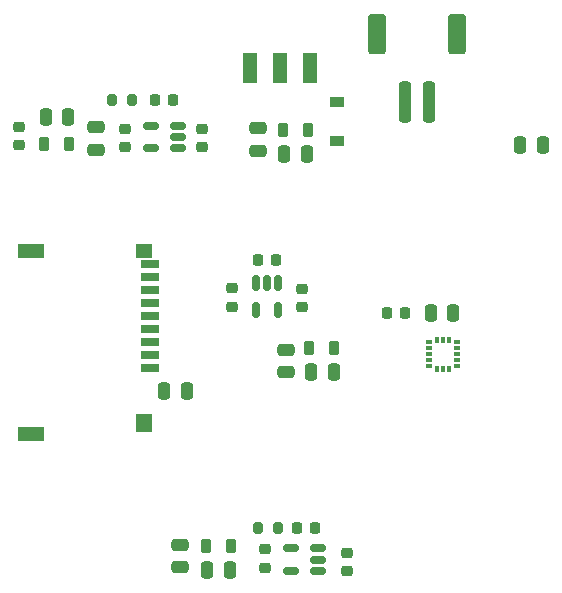
<source format=gbr>
%TF.GenerationSoftware,KiCad,Pcbnew,(6.0.0)*%
%TF.CreationDate,2022-01-16T13:15:06+00:00*%
%TF.ProjectId,OpenBCI_ESP32_BASE,4f70656e-4243-4495-9f45-535033325f42,rev?*%
%TF.SameCoordinates,Original*%
%TF.FileFunction,Paste,Top*%
%TF.FilePolarity,Positive*%
%FSLAX46Y46*%
G04 Gerber Fmt 4.6, Leading zero omitted, Abs format (unit mm)*
G04 Created by KiCad (PCBNEW (6.0.0)) date 2022-01-16 13:15:06*
%MOMM*%
%LPD*%
G01*
G04 APERTURE LIST*
G04 Aperture macros list*
%AMRoundRect*
0 Rectangle with rounded corners*
0 $1 Rounding radius*
0 $2 $3 $4 $5 $6 $7 $8 $9 X,Y pos of 4 corners*
0 Add a 4 corners polygon primitive as box body*
4,1,4,$2,$3,$4,$5,$6,$7,$8,$9,$2,$3,0*
0 Add four circle primitives for the rounded corners*
1,1,$1+$1,$2,$3*
1,1,$1+$1,$4,$5*
1,1,$1+$1,$6,$7*
1,1,$1+$1,$8,$9*
0 Add four rect primitives between the rounded corners*
20,1,$1+$1,$2,$3,$4,$5,0*
20,1,$1+$1,$4,$5,$6,$7,0*
20,1,$1+$1,$6,$7,$8,$9,0*
20,1,$1+$1,$8,$9,$2,$3,0*%
G04 Aperture macros list end*
%ADD10RoundRect,0.250000X-0.475000X0.250000X-0.475000X-0.250000X0.475000X-0.250000X0.475000X0.250000X0*%
%ADD11RoundRect,0.250000X0.250000X0.475000X-0.250000X0.475000X-0.250000X-0.475000X0.250000X-0.475000X0*%
%ADD12RoundRect,0.225000X0.250000X-0.225000X0.250000X0.225000X-0.250000X0.225000X-0.250000X-0.225000X0*%
%ADD13RoundRect,0.225000X-0.250000X0.225000X-0.250000X-0.225000X0.250000X-0.225000X0.250000X0.225000X0*%
%ADD14RoundRect,0.225000X-0.225000X-0.250000X0.225000X-0.250000X0.225000X0.250000X-0.225000X0.250000X0*%
%ADD15RoundRect,0.250000X0.475000X-0.250000X0.475000X0.250000X-0.475000X0.250000X-0.475000X-0.250000X0*%
%ADD16RoundRect,0.250000X-0.250000X-0.475000X0.250000X-0.475000X0.250000X0.475000X-0.250000X0.475000X0*%
%ADD17RoundRect,0.218750X-0.218750X-0.381250X0.218750X-0.381250X0.218750X0.381250X-0.218750X0.381250X0*%
%ADD18RoundRect,0.218750X0.218750X0.381250X-0.218750X0.381250X-0.218750X-0.381250X0.218750X-0.381250X0*%
%ADD19RoundRect,0.150000X-0.150000X0.512500X-0.150000X-0.512500X0.150000X-0.512500X0.150000X0.512500X0*%
%ADD20RoundRect,0.150000X0.512500X0.150000X-0.512500X0.150000X-0.512500X-0.150000X0.512500X-0.150000X0*%
%ADD21RoundRect,0.087500X-0.187500X-0.087500X0.187500X-0.087500X0.187500X0.087500X-0.187500X0.087500X0*%
%ADD22RoundRect,0.087500X-0.087500X-0.187500X0.087500X-0.187500X0.087500X0.187500X-0.087500X0.187500X0*%
%ADD23R,1.600000X0.700000*%
%ADD24R,2.200000X1.200000*%
%ADD25R,1.400000X1.200000*%
%ADD26R,1.400000X1.600000*%
%ADD27R,1.200000X0.900000*%
%ADD28RoundRect,0.250000X0.250000X1.500000X-0.250000X1.500000X-0.250000X-1.500000X0.250000X-1.500000X0*%
%ADD29RoundRect,0.250001X0.499999X1.449999X-0.499999X1.449999X-0.499999X-1.449999X0.499999X-1.449999X0*%
%ADD30RoundRect,0.225000X0.225000X0.250000X-0.225000X0.250000X-0.225000X-0.250000X0.225000X-0.250000X0*%
%ADD31RoundRect,0.200000X-0.200000X-0.275000X0.200000X-0.275000X0.200000X0.275000X-0.200000X0.275000X0*%
%ADD32R,1.250000X2.500000*%
G04 APERTURE END LIST*
D10*
%TO.C,C33*%
X124100000Y-60175000D03*
X124100000Y-62075000D03*
%TD*%
D11*
%TO.C,C34*%
X128250000Y-62325000D03*
X126350000Y-62325000D03*
%TD*%
D12*
%TO.C,C35*%
X119400000Y-61775000D03*
X119400000Y-60225000D03*
%TD*%
D13*
%TO.C,C36*%
X131700000Y-96125000D03*
X131700000Y-97675000D03*
%TD*%
%TO.C,C37*%
X121900000Y-73725000D03*
X121900000Y-75275000D03*
%TD*%
D14*
%TO.C,C38*%
X124125000Y-71300000D03*
X125675000Y-71300000D03*
%TD*%
%TO.C,C39*%
X115425000Y-57800000D03*
X116975000Y-57800000D03*
%TD*%
%TO.C,C40*%
X127425000Y-94000000D03*
X128975000Y-94000000D03*
%TD*%
D13*
%TO.C,C41*%
X127900000Y-73775000D03*
X127900000Y-75325000D03*
%TD*%
D12*
%TO.C,C42*%
X112900000Y-61775000D03*
X112900000Y-60225000D03*
%TD*%
%TO.C,C43*%
X124700000Y-97375000D03*
X124700000Y-95825000D03*
%TD*%
D10*
%TO.C,C44*%
X126500000Y-78950000D03*
X126500000Y-80850000D03*
%TD*%
D15*
%TO.C,C45*%
X110400000Y-62000000D03*
X110400000Y-60100000D03*
%TD*%
D11*
%TO.C,C46*%
X121750000Y-97600000D03*
X119850000Y-97600000D03*
%TD*%
%TO.C,C47*%
X130550000Y-80800000D03*
X128650000Y-80800000D03*
%TD*%
D16*
%TO.C,C48*%
X106150000Y-59200000D03*
X108050000Y-59200000D03*
%TD*%
D10*
%TO.C,C49*%
X117500000Y-95450000D03*
X117500000Y-97350000D03*
%TD*%
D13*
%TO.C,C50*%
X103900000Y-60025000D03*
X103900000Y-61575000D03*
%TD*%
D17*
%TO.C,L1*%
X126237500Y-60325000D03*
X128362500Y-60325000D03*
%TD*%
%TO.C,L2*%
X128437500Y-78800000D03*
X130562500Y-78800000D03*
%TD*%
D18*
%TO.C,L3*%
X108162500Y-61500000D03*
X106037500Y-61500000D03*
%TD*%
%TO.C,L4*%
X121862500Y-95500000D03*
X119737500Y-95500000D03*
%TD*%
D19*
%TO.C,U8*%
X125850000Y-73262500D03*
X124900000Y-73262500D03*
X123950000Y-73262500D03*
X123950000Y-75537500D03*
X125850000Y-75537500D03*
%TD*%
D20*
%TO.C,U9*%
X117337500Y-61850000D03*
X117337500Y-60900000D03*
X117337500Y-59950000D03*
X115062500Y-59950000D03*
X115062500Y-61850000D03*
%TD*%
%TO.C,U10*%
X129237500Y-97650000D03*
X129237500Y-96700000D03*
X129237500Y-95750000D03*
X126962500Y-95750000D03*
X126962500Y-97650000D03*
%TD*%
D21*
%TO.C,U1*%
X138575000Y-78300000D03*
X138575000Y-78800000D03*
X138575000Y-79300000D03*
X138575000Y-79800000D03*
X138575000Y-80300000D03*
D22*
X139300000Y-80525000D03*
X139800000Y-80525000D03*
X140300000Y-80525000D03*
D21*
X141025000Y-80300000D03*
X141025000Y-79800000D03*
X141025000Y-79300000D03*
X141025000Y-78800000D03*
X141025000Y-78300000D03*
D22*
X140300000Y-78075000D03*
X139800000Y-78075000D03*
X139300000Y-78075000D03*
%TD*%
D23*
%TO.C,XS1*%
X115000000Y-80500000D03*
X115000000Y-79400000D03*
X115000000Y-78300000D03*
X115000000Y-77200000D03*
X115000000Y-76100000D03*
D24*
X104900000Y-86050000D03*
D23*
X115000000Y-75000000D03*
D25*
X114500000Y-70550000D03*
D26*
X114500000Y-85150000D03*
D24*
X104900000Y-70550000D03*
D23*
X115000000Y-73900000D03*
X115000000Y-72800000D03*
X115000000Y-71700000D03*
%TD*%
D27*
%TO.C,D1*%
X130800000Y-61275000D03*
X130800000Y-57975000D03*
%TD*%
D28*
%TO.C,J1*%
X138600000Y-57950000D03*
X136600000Y-57950000D03*
D29*
X140950000Y-52200000D03*
X134250000Y-52200000D03*
%TD*%
D16*
%TO.C,C1*%
X138750000Y-75800000D03*
X140650000Y-75800000D03*
%TD*%
%TO.C,C2*%
X116200000Y-82400000D03*
X118100000Y-82400000D03*
%TD*%
D11*
%TO.C,C3*%
X148250000Y-61600000D03*
X146350000Y-61600000D03*
%TD*%
D30*
%TO.C,C4*%
X136575000Y-75800000D03*
X135025000Y-75800000D03*
%TD*%
D31*
%TO.C,R1*%
X111775000Y-57800000D03*
X113425000Y-57800000D03*
%TD*%
D32*
%TO.C,SW1*%
X128500000Y-55050000D03*
X126000000Y-55050000D03*
X123500000Y-55050000D03*
%TD*%
D31*
%TO.C,R2*%
X124175000Y-94000000D03*
X125825000Y-94000000D03*
%TD*%
M02*

</source>
